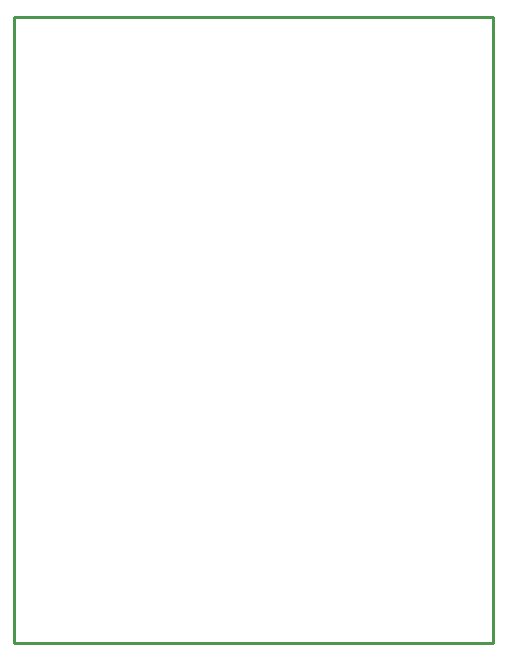
<source format=gbr>
G04 EAGLE Gerber RS-274X export*
G75*
%MOMM*%
%FSLAX34Y34*%
%LPD*%
%IN*%
%IPPOS*%
%AMOC8*
5,1,8,0,0,1.08239X$1,22.5*%
G01*
%ADD10C,0.254000*%


D10*
X0Y0D02*
X406200Y0D01*
X406200Y530100D01*
X0Y530100D01*
X0Y0D01*
M02*

</source>
